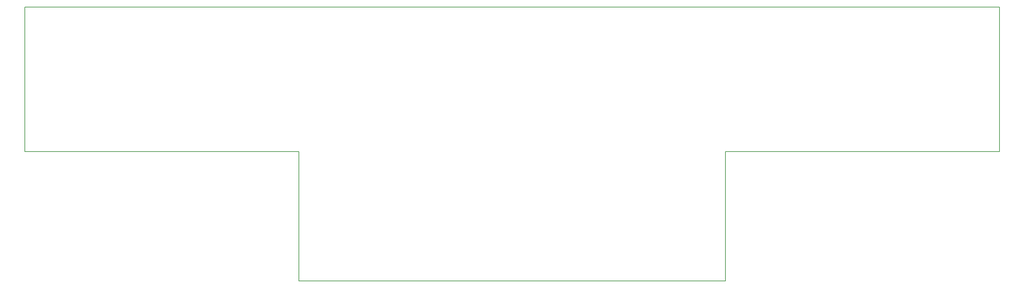
<source format=gbr>
%TF.GenerationSoftware,KiCad,Pcbnew,9.0.0*%
%TF.CreationDate,2025-04-18T14:09:36+02:00*%
%TF.ProjectId,pcb,7063622e-6b69-4636-9164-5f7063625858,v1.0.0*%
%TF.SameCoordinates,Original*%
%TF.FileFunction,Profile,NP*%
%FSLAX46Y46*%
G04 Gerber Fmt 4.6, Leading zero omitted, Abs format (unit mm)*
G04 Created by KiCad (PCBNEW 9.0.0) date 2025-04-18 14:09:36*
%MOMM*%
%LPD*%
G01*
G04 APERTURE LIST*
%TA.AperFunction,Profile*%
%ADD10C,0.150000*%
%TD*%
G04 APERTURE END LIST*
D10*
X89000000Y-110500000D02*
X89000000Y-72500000D01*
X89000000Y-72500000D02*
X345000000Y-72500000D01*
X345000000Y-72500000D02*
X345000000Y-110500000D01*
X345000000Y-110500000D02*
X273000000Y-110500000D01*
X273000000Y-110500000D02*
X273000000Y-144500000D01*
X273000000Y-144500000D02*
X161000000Y-144500000D01*
X161000000Y-144500000D02*
X161000000Y-110500000D01*
X161000000Y-110500000D02*
X89000000Y-110500000D01*
M02*

</source>
